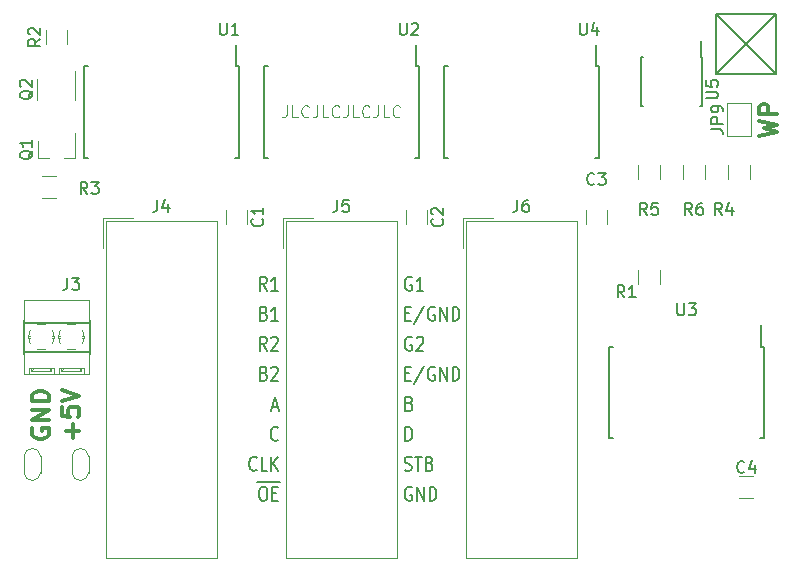
<source format=gbr>
G04 #@! TF.GenerationSoftware,KiCad,Pcbnew,5.0.2-bee76a0~70~ubuntu18.04.1*
G04 #@! TF.CreationDate,2019-03-16T21:16:43-04:00*
G04 #@! TF.ProjectId,rpi-rgb-led-matrix-hat,7270692d-7267-4622-9d6c-65642d6d6174,1.2*
G04 #@! TF.SameCoordinates,Original*
G04 #@! TF.FileFunction,Legend,Top*
G04 #@! TF.FilePolarity,Positive*
%FSLAX46Y46*%
G04 Gerber Fmt 4.6, Leading zero omitted, Abs format (unit mm)*
G04 Created by KiCad (PCBNEW 5.0.2-bee76a0~70~ubuntu18.04.1) date Sat 16 Mar 2019 21:16:43 EDT*
%MOMM*%
%LPD*%
G01*
G04 APERTURE LIST*
%ADD10C,0.150000*%
%ADD11C,0.100000*%
%ADD12C,0.300000*%
%ADD13C,0.200000*%
%ADD14C,0.120000*%
%ADD15C,0.050000*%
%ADD16C,0.025000*%
%ADD17C,0.030000*%
%ADD18C,0.080000*%
G04 APERTURE END LIST*
D10*
X24989404Y-42580000D02*
X24894166Y-42522857D01*
X24751309Y-42522857D01*
X24608452Y-42580000D01*
X24513214Y-42694285D01*
X24465595Y-42808571D01*
X24417976Y-43037142D01*
X24417976Y-43208571D01*
X24465595Y-43437142D01*
X24513214Y-43551428D01*
X24608452Y-43665714D01*
X24751309Y-43722857D01*
X24846547Y-43722857D01*
X24989404Y-43665714D01*
X25037023Y-43608571D01*
X25037023Y-43208571D01*
X24846547Y-43208571D01*
X25465595Y-43722857D02*
X25465595Y-42522857D01*
X26037023Y-43722857D01*
X26037023Y-42522857D01*
X26513214Y-43722857D02*
X26513214Y-42522857D01*
X26751309Y-42522857D01*
X26894166Y-42580000D01*
X26989404Y-42694285D01*
X27037023Y-42808571D01*
X27084642Y-43037142D01*
X27084642Y-43208571D01*
X27037023Y-43437142D01*
X26989404Y-43551428D01*
X26894166Y-43665714D01*
X26751309Y-43722857D01*
X26513214Y-43722857D01*
X24417976Y-41125714D02*
X24560833Y-41182857D01*
X24798928Y-41182857D01*
X24894166Y-41125714D01*
X24941785Y-41068571D01*
X24989404Y-40954285D01*
X24989404Y-40840000D01*
X24941785Y-40725714D01*
X24894166Y-40668571D01*
X24798928Y-40611428D01*
X24608452Y-40554285D01*
X24513214Y-40497142D01*
X24465595Y-40440000D01*
X24417976Y-40325714D01*
X24417976Y-40211428D01*
X24465595Y-40097142D01*
X24513214Y-40040000D01*
X24608452Y-39982857D01*
X24846547Y-39982857D01*
X24989404Y-40040000D01*
X25275119Y-39982857D02*
X25846547Y-39982857D01*
X25560833Y-41182857D02*
X25560833Y-39982857D01*
X26513214Y-40554285D02*
X26656071Y-40611428D01*
X26703690Y-40668571D01*
X26751309Y-40782857D01*
X26751309Y-40954285D01*
X26703690Y-41068571D01*
X26656071Y-41125714D01*
X26560833Y-41182857D01*
X26179880Y-41182857D01*
X26179880Y-39982857D01*
X26513214Y-39982857D01*
X26608452Y-40040000D01*
X26656071Y-40097142D01*
X26703690Y-40211428D01*
X26703690Y-40325714D01*
X26656071Y-40440000D01*
X26608452Y-40497142D01*
X26513214Y-40554285D01*
X26179880Y-40554285D01*
X24465595Y-38642857D02*
X24465595Y-37442857D01*
X24703690Y-37442857D01*
X24846547Y-37500000D01*
X24941785Y-37614285D01*
X24989404Y-37728571D01*
X25037023Y-37957142D01*
X25037023Y-38128571D01*
X24989404Y-38357142D01*
X24941785Y-38471428D01*
X24846547Y-38585714D01*
X24703690Y-38642857D01*
X24465595Y-38642857D01*
X24798928Y-35474285D02*
X24941785Y-35531428D01*
X24989404Y-35588571D01*
X25037023Y-35702857D01*
X25037023Y-35874285D01*
X24989404Y-35988571D01*
X24941785Y-36045714D01*
X24846547Y-36102857D01*
X24465595Y-36102857D01*
X24465595Y-34902857D01*
X24798928Y-34902857D01*
X24894166Y-34960000D01*
X24941785Y-35017142D01*
X24989404Y-35131428D01*
X24989404Y-35245714D01*
X24941785Y-35360000D01*
X24894166Y-35417142D01*
X24798928Y-35474285D01*
X24465595Y-35474285D01*
X24465595Y-32934285D02*
X24798928Y-32934285D01*
X24941785Y-33562857D02*
X24465595Y-33562857D01*
X24465595Y-32362857D01*
X24941785Y-32362857D01*
X26084642Y-32305714D02*
X25227500Y-33848571D01*
X26941785Y-32420000D02*
X26846547Y-32362857D01*
X26703690Y-32362857D01*
X26560833Y-32420000D01*
X26465595Y-32534285D01*
X26417976Y-32648571D01*
X26370357Y-32877142D01*
X26370357Y-33048571D01*
X26417976Y-33277142D01*
X26465595Y-33391428D01*
X26560833Y-33505714D01*
X26703690Y-33562857D01*
X26798928Y-33562857D01*
X26941785Y-33505714D01*
X26989404Y-33448571D01*
X26989404Y-33048571D01*
X26798928Y-33048571D01*
X27417976Y-33562857D02*
X27417976Y-32362857D01*
X27989404Y-33562857D01*
X27989404Y-32362857D01*
X28465595Y-33562857D02*
X28465595Y-32362857D01*
X28703690Y-32362857D01*
X28846547Y-32420000D01*
X28941785Y-32534285D01*
X28989404Y-32648571D01*
X29037023Y-32877142D01*
X29037023Y-33048571D01*
X28989404Y-33277142D01*
X28941785Y-33391428D01*
X28846547Y-33505714D01*
X28703690Y-33562857D01*
X28465595Y-33562857D01*
X24989404Y-29880000D02*
X24894166Y-29822857D01*
X24751309Y-29822857D01*
X24608452Y-29880000D01*
X24513214Y-29994285D01*
X24465595Y-30108571D01*
X24417976Y-30337142D01*
X24417976Y-30508571D01*
X24465595Y-30737142D01*
X24513214Y-30851428D01*
X24608452Y-30965714D01*
X24751309Y-31022857D01*
X24846547Y-31022857D01*
X24989404Y-30965714D01*
X25037023Y-30908571D01*
X25037023Y-30508571D01*
X24846547Y-30508571D01*
X25417976Y-29937142D02*
X25465595Y-29880000D01*
X25560833Y-29822857D01*
X25798928Y-29822857D01*
X25894166Y-29880000D01*
X25941785Y-29937142D01*
X25989404Y-30051428D01*
X25989404Y-30165714D01*
X25941785Y-30337142D01*
X25370357Y-31022857D01*
X25989404Y-31022857D01*
X24465595Y-27854285D02*
X24798928Y-27854285D01*
X24941785Y-28482857D02*
X24465595Y-28482857D01*
X24465595Y-27282857D01*
X24941785Y-27282857D01*
X26084642Y-27225714D02*
X25227500Y-28768571D01*
X26941785Y-27340000D02*
X26846547Y-27282857D01*
X26703690Y-27282857D01*
X26560833Y-27340000D01*
X26465595Y-27454285D01*
X26417976Y-27568571D01*
X26370357Y-27797142D01*
X26370357Y-27968571D01*
X26417976Y-28197142D01*
X26465595Y-28311428D01*
X26560833Y-28425714D01*
X26703690Y-28482857D01*
X26798928Y-28482857D01*
X26941785Y-28425714D01*
X26989404Y-28368571D01*
X26989404Y-27968571D01*
X26798928Y-27968571D01*
X27417976Y-28482857D02*
X27417976Y-27282857D01*
X27989404Y-28482857D01*
X27989404Y-27282857D01*
X28465595Y-28482857D02*
X28465595Y-27282857D01*
X28703690Y-27282857D01*
X28846547Y-27340000D01*
X28941785Y-27454285D01*
X28989404Y-27568571D01*
X29037023Y-27797142D01*
X29037023Y-27968571D01*
X28989404Y-28197142D01*
X28941785Y-28311428D01*
X28846547Y-28425714D01*
X28703690Y-28482857D01*
X28465595Y-28482857D01*
X24989404Y-24800000D02*
X24894166Y-24742857D01*
X24751309Y-24742857D01*
X24608452Y-24800000D01*
X24513214Y-24914285D01*
X24465595Y-25028571D01*
X24417976Y-25257142D01*
X24417976Y-25428571D01*
X24465595Y-25657142D01*
X24513214Y-25771428D01*
X24608452Y-25885714D01*
X24751309Y-25942857D01*
X24846547Y-25942857D01*
X24989404Y-25885714D01*
X25037023Y-25828571D01*
X25037023Y-25428571D01*
X24846547Y-25428571D01*
X25989404Y-25942857D02*
X25417976Y-25942857D01*
X25703690Y-25942857D02*
X25703690Y-24742857D01*
X25608452Y-24914285D01*
X25513214Y-25028571D01*
X25417976Y-25085714D01*
X11920119Y-42121000D02*
X12967738Y-42121000D01*
X12348690Y-42522857D02*
X12539166Y-42522857D01*
X12634404Y-42580000D01*
X12729642Y-42694285D01*
X12777261Y-42922857D01*
X12777261Y-43322857D01*
X12729642Y-43551428D01*
X12634404Y-43665714D01*
X12539166Y-43722857D01*
X12348690Y-43722857D01*
X12253452Y-43665714D01*
X12158214Y-43551428D01*
X12110595Y-43322857D01*
X12110595Y-42922857D01*
X12158214Y-42694285D01*
X12253452Y-42580000D01*
X12348690Y-42522857D01*
X12967738Y-42121000D02*
X13872500Y-42121000D01*
X13205833Y-43094285D02*
X13539166Y-43094285D01*
X13682023Y-43722857D02*
X13205833Y-43722857D01*
X13205833Y-42522857D01*
X13682023Y-42522857D01*
X11872500Y-41068571D02*
X11824880Y-41125714D01*
X11682023Y-41182857D01*
X11586785Y-41182857D01*
X11443928Y-41125714D01*
X11348690Y-41011428D01*
X11301071Y-40897142D01*
X11253452Y-40668571D01*
X11253452Y-40497142D01*
X11301071Y-40268571D01*
X11348690Y-40154285D01*
X11443928Y-40040000D01*
X11586785Y-39982857D01*
X11682023Y-39982857D01*
X11824880Y-40040000D01*
X11872500Y-40097142D01*
X12777261Y-41182857D02*
X12301071Y-41182857D01*
X12301071Y-39982857D01*
X13110595Y-41182857D02*
X13110595Y-39982857D01*
X13682023Y-41182857D02*
X13253452Y-40497142D01*
X13682023Y-39982857D02*
X13110595Y-40668571D01*
X13682023Y-38528571D02*
X13634404Y-38585714D01*
X13491547Y-38642857D01*
X13396309Y-38642857D01*
X13253452Y-38585714D01*
X13158214Y-38471428D01*
X13110595Y-38357142D01*
X13062976Y-38128571D01*
X13062976Y-37957142D01*
X13110595Y-37728571D01*
X13158214Y-37614285D01*
X13253452Y-37500000D01*
X13396309Y-37442857D01*
X13491547Y-37442857D01*
X13634404Y-37500000D01*
X13682023Y-37557142D01*
X13205833Y-35760000D02*
X13682023Y-35760000D01*
X13110595Y-36102857D02*
X13443928Y-34902857D01*
X13777261Y-36102857D01*
X12491547Y-32934285D02*
X12634404Y-32991428D01*
X12682023Y-33048571D01*
X12729642Y-33162857D01*
X12729642Y-33334285D01*
X12682023Y-33448571D01*
X12634404Y-33505714D01*
X12539166Y-33562857D01*
X12158214Y-33562857D01*
X12158214Y-32362857D01*
X12491547Y-32362857D01*
X12586785Y-32420000D01*
X12634404Y-32477142D01*
X12682023Y-32591428D01*
X12682023Y-32705714D01*
X12634404Y-32820000D01*
X12586785Y-32877142D01*
X12491547Y-32934285D01*
X12158214Y-32934285D01*
X13110595Y-32477142D02*
X13158214Y-32420000D01*
X13253452Y-32362857D01*
X13491547Y-32362857D01*
X13586785Y-32420000D01*
X13634404Y-32477142D01*
X13682023Y-32591428D01*
X13682023Y-32705714D01*
X13634404Y-32877142D01*
X13062976Y-33562857D01*
X13682023Y-33562857D01*
X12729642Y-31022857D02*
X12396309Y-30451428D01*
X12158214Y-31022857D02*
X12158214Y-29822857D01*
X12539166Y-29822857D01*
X12634404Y-29880000D01*
X12682023Y-29937142D01*
X12729642Y-30051428D01*
X12729642Y-30222857D01*
X12682023Y-30337142D01*
X12634404Y-30394285D01*
X12539166Y-30451428D01*
X12158214Y-30451428D01*
X13110595Y-29937142D02*
X13158214Y-29880000D01*
X13253452Y-29822857D01*
X13491547Y-29822857D01*
X13586785Y-29880000D01*
X13634404Y-29937142D01*
X13682023Y-30051428D01*
X13682023Y-30165714D01*
X13634404Y-30337142D01*
X13062976Y-31022857D01*
X13682023Y-31022857D01*
X12491547Y-27854285D02*
X12634404Y-27911428D01*
X12682023Y-27968571D01*
X12729642Y-28082857D01*
X12729642Y-28254285D01*
X12682023Y-28368571D01*
X12634404Y-28425714D01*
X12539166Y-28482857D01*
X12158214Y-28482857D01*
X12158214Y-27282857D01*
X12491547Y-27282857D01*
X12586785Y-27340000D01*
X12634404Y-27397142D01*
X12682023Y-27511428D01*
X12682023Y-27625714D01*
X12634404Y-27740000D01*
X12586785Y-27797142D01*
X12491547Y-27854285D01*
X12158214Y-27854285D01*
X13682023Y-28482857D02*
X13110595Y-28482857D01*
X13396309Y-28482857D02*
X13396309Y-27282857D01*
X13301071Y-27454285D01*
X13205833Y-27568571D01*
X13110595Y-27625714D01*
X12729642Y-25942857D02*
X12396309Y-25371428D01*
X12158214Y-25942857D02*
X12158214Y-24742857D01*
X12539166Y-24742857D01*
X12634404Y-24800000D01*
X12682023Y-24857142D01*
X12729642Y-24971428D01*
X12729642Y-25142857D01*
X12682023Y-25257142D01*
X12634404Y-25314285D01*
X12539166Y-25371428D01*
X12158214Y-25371428D01*
X13682023Y-25942857D02*
X13110595Y-25942857D01*
X13396309Y-25942857D02*
X13396309Y-24742857D01*
X13301071Y-24914285D01*
X13205833Y-25028571D01*
X13110595Y-25085714D01*
D11*
X14430952Y-10247380D02*
X14430952Y-10961666D01*
X14383333Y-11104523D01*
X14288095Y-11199761D01*
X14145238Y-11247380D01*
X14050000Y-11247380D01*
X15383333Y-11247380D02*
X14907142Y-11247380D01*
X14907142Y-10247380D01*
X16288095Y-11152142D02*
X16240476Y-11199761D01*
X16097619Y-11247380D01*
X16002380Y-11247380D01*
X15859523Y-11199761D01*
X15764285Y-11104523D01*
X15716666Y-11009285D01*
X15669047Y-10818809D01*
X15669047Y-10675952D01*
X15716666Y-10485476D01*
X15764285Y-10390238D01*
X15859523Y-10295000D01*
X16002380Y-10247380D01*
X16097619Y-10247380D01*
X16240476Y-10295000D01*
X16288095Y-10342619D01*
X17002380Y-10247380D02*
X17002380Y-10961666D01*
X16954761Y-11104523D01*
X16859523Y-11199761D01*
X16716666Y-11247380D01*
X16621428Y-11247380D01*
X17954761Y-11247380D02*
X17478571Y-11247380D01*
X17478571Y-10247380D01*
X18859523Y-11152142D02*
X18811904Y-11199761D01*
X18669047Y-11247380D01*
X18573809Y-11247380D01*
X18430952Y-11199761D01*
X18335714Y-11104523D01*
X18288095Y-11009285D01*
X18240476Y-10818809D01*
X18240476Y-10675952D01*
X18288095Y-10485476D01*
X18335714Y-10390238D01*
X18430952Y-10295000D01*
X18573809Y-10247380D01*
X18669047Y-10247380D01*
X18811904Y-10295000D01*
X18859523Y-10342619D01*
X19573809Y-10247380D02*
X19573809Y-10961666D01*
X19526190Y-11104523D01*
X19430952Y-11199761D01*
X19288095Y-11247380D01*
X19192857Y-11247380D01*
X20526190Y-11247380D02*
X20050000Y-11247380D01*
X20050000Y-10247380D01*
X21430952Y-11152142D02*
X21383333Y-11199761D01*
X21240476Y-11247380D01*
X21145238Y-11247380D01*
X21002380Y-11199761D01*
X20907142Y-11104523D01*
X20859523Y-11009285D01*
X20811904Y-10818809D01*
X20811904Y-10675952D01*
X20859523Y-10485476D01*
X20907142Y-10390238D01*
X21002380Y-10295000D01*
X21145238Y-10247380D01*
X21240476Y-10247380D01*
X21383333Y-10295000D01*
X21430952Y-10342619D01*
X22145238Y-10247380D02*
X22145238Y-10961666D01*
X22097619Y-11104523D01*
X22002380Y-11199761D01*
X21859523Y-11247380D01*
X21764285Y-11247380D01*
X23097619Y-11247380D02*
X22621428Y-11247380D01*
X22621428Y-10247380D01*
X24002380Y-11152142D02*
X23954761Y-11199761D01*
X23811904Y-11247380D01*
X23716666Y-11247380D01*
X23573809Y-11199761D01*
X23478571Y-11104523D01*
X23430952Y-11009285D01*
X23383333Y-10818809D01*
X23383333Y-10675952D01*
X23430952Y-10485476D01*
X23478571Y-10390238D01*
X23573809Y-10295000D01*
X23716666Y-10247380D01*
X23811904Y-10247380D01*
X23954761Y-10295000D01*
X24002380Y-10342619D01*
D12*
X-7100000Y-37591857D02*
X-7171428Y-37734714D01*
X-7171428Y-37949000D01*
X-7100000Y-38163285D01*
X-6957142Y-38306142D01*
X-6814285Y-38377571D01*
X-6528571Y-38449000D01*
X-6314285Y-38449000D01*
X-6028571Y-38377571D01*
X-5885714Y-38306142D01*
X-5742857Y-38163285D01*
X-5671428Y-37949000D01*
X-5671428Y-37806142D01*
X-5742857Y-37591857D01*
X-5814285Y-37520428D01*
X-6314285Y-37520428D01*
X-6314285Y-37806142D01*
X-5671428Y-36877571D02*
X-7171428Y-36877571D01*
X-5671428Y-36020428D01*
X-7171428Y-36020428D01*
X-5671428Y-35306142D02*
X-7171428Y-35306142D01*
X-7171428Y-34949000D01*
X-7100000Y-34734714D01*
X-6957142Y-34591857D01*
X-6814285Y-34520428D01*
X-6528571Y-34449000D01*
X-6314285Y-34449000D01*
X-6028571Y-34520428D01*
X-5885714Y-34591857D01*
X-5742857Y-34734714D01*
X-5671428Y-34949000D01*
X-5671428Y-35306142D01*
X-3702857Y-38377571D02*
X-3702857Y-37234714D01*
X-3131428Y-37806142D02*
X-4274285Y-37806142D01*
X-4631428Y-35806142D02*
X-4631428Y-36520428D01*
X-3917142Y-36591857D01*
X-3988571Y-36520428D01*
X-4060000Y-36377571D01*
X-4060000Y-36020428D01*
X-3988571Y-35877571D01*
X-3917142Y-35806142D01*
X-3774285Y-35734714D01*
X-3417142Y-35734714D01*
X-3274285Y-35806142D01*
X-3202857Y-35877571D01*
X-3131428Y-36020428D01*
X-3131428Y-36377571D01*
X-3202857Y-36520428D01*
X-3274285Y-36591857D01*
X-4631428Y-35306142D02*
X-3131428Y-34806142D01*
X-4631428Y-34306142D01*
X54423571Y-12822857D02*
X55923571Y-12465714D01*
X54852142Y-12180000D01*
X55923571Y-11894285D01*
X54423571Y-11537142D01*
X55923571Y-10965714D02*
X54423571Y-10965714D01*
X54423571Y-10394285D01*
X54495000Y-10251428D01*
X54566428Y-10180000D01*
X54709285Y-10108571D01*
X54923571Y-10108571D01*
X55066428Y-10180000D01*
X55137857Y-10251428D01*
X55209285Y-10394285D01*
X55209285Y-10965714D01*
D13*
X50800000Y-2540000D02*
X55880000Y-7620000D01*
X55880000Y-2540000D02*
X50800000Y-2540000D01*
X50800000Y-7620000D02*
X55880000Y-2540000D01*
X50800000Y-2540000D02*
X50800000Y-5080000D01*
X55880000Y-2540000D02*
X50800000Y-2540000D01*
X55880000Y-7620000D02*
X55880000Y-2540000D01*
X50800000Y-7620000D02*
X55880000Y-7620000D01*
X50800000Y-2540000D02*
X50800000Y-7620000D01*
D10*
G04 #@! TO.C,U3*
X54585000Y-30669000D02*
X54585000Y-28869000D01*
X41685000Y-30669000D02*
X41685000Y-38419000D01*
X54835000Y-30669000D02*
X54835000Y-38419000D01*
X41685000Y-30669000D02*
X42020000Y-30669000D01*
X41685000Y-38419000D02*
X42020000Y-38419000D01*
X54835000Y-38419000D02*
X54500000Y-38419000D01*
X54835000Y-30669000D02*
X54585000Y-30669000D01*
D14*
G04 #@! TO.C,C4*
X53942064Y-41635000D02*
X52737936Y-41635000D01*
X53942064Y-43455000D02*
X52737936Y-43455000D01*
G04 #@! TO.C,J6*
X29365000Y-19800000D02*
X31905000Y-19800000D01*
X29365000Y-19800000D02*
X29365000Y-22340000D01*
X29615000Y-20050000D02*
X38965000Y-20050000D01*
X29615000Y-48530000D02*
X29615000Y-20050000D01*
X38965000Y-48530000D02*
X29615000Y-48530000D01*
X38965000Y-20050000D02*
X38965000Y-48530000D01*
G04 #@! TO.C,J4*
X-1115000Y-19800000D02*
X1425000Y-19800000D01*
X-1115000Y-19800000D02*
X-1115000Y-22340000D01*
X-865000Y-20050000D02*
X8485000Y-20050000D01*
X-865000Y-48530000D02*
X-865000Y-20050000D01*
X8485000Y-48530000D02*
X-865000Y-48530000D01*
X8485000Y-20050000D02*
X8485000Y-48530000D01*
G04 #@! TO.C,J5*
X14125000Y-19800000D02*
X16665000Y-19800000D01*
X14125000Y-19800000D02*
X14125000Y-22340000D01*
X14375000Y-20050000D02*
X23725000Y-20050000D01*
X14375000Y-48530000D02*
X14375000Y-20050000D01*
X23725000Y-48530000D02*
X14375000Y-48530000D01*
X23725000Y-20050000D02*
X23725000Y-48530000D01*
D10*
G04 #@! TO.C,U1*
X10135000Y-6920000D02*
X10135000Y-5120000D01*
X-2765000Y-6920000D02*
X-2765000Y-14670000D01*
X10385000Y-6920000D02*
X10385000Y-14670000D01*
X-2765000Y-6920000D02*
X-2430000Y-6920000D01*
X-2765000Y-14670000D02*
X-2430000Y-14670000D01*
X10385000Y-14670000D02*
X10050000Y-14670000D01*
X10385000Y-6920000D02*
X10135000Y-6920000D01*
G04 #@! TO.C,U2*
X25375000Y-6920000D02*
X25375000Y-5120000D01*
X12475000Y-6920000D02*
X12475000Y-14670000D01*
X25625000Y-6920000D02*
X25625000Y-14670000D01*
X12475000Y-6920000D02*
X12810000Y-6920000D01*
X12475000Y-14670000D02*
X12810000Y-14670000D01*
X25625000Y-14670000D02*
X25290000Y-14670000D01*
X25625000Y-6920000D02*
X25375000Y-6920000D01*
G04 #@! TO.C,U4*
X40615000Y-6920000D02*
X40615000Y-5120000D01*
X27715000Y-6920000D02*
X27715000Y-14670000D01*
X40865000Y-6920000D02*
X40865000Y-14670000D01*
X27715000Y-6920000D02*
X28050000Y-6920000D01*
X27715000Y-14670000D02*
X28050000Y-14670000D01*
X40865000Y-14670000D02*
X40530000Y-14670000D01*
X40865000Y-6920000D02*
X40615000Y-6920000D01*
D14*
G04 #@! TO.C,C1*
X9250000Y-19082936D02*
X9250000Y-20287064D01*
X11070000Y-19082936D02*
X11070000Y-20287064D01*
G04 #@! TO.C,C2*
X24490000Y-19082936D02*
X24490000Y-20287064D01*
X26310000Y-19082936D02*
X26310000Y-20287064D01*
G04 #@! TO.C,C3*
X39730000Y-19082936D02*
X39730000Y-20287064D01*
X41550000Y-19082936D02*
X41550000Y-20287064D01*
G04 #@! TO.C,R1*
X44175000Y-24162936D02*
X44175000Y-25367064D01*
X45995000Y-24162936D02*
X45995000Y-25367064D01*
G04 #@! TO.C,JP9*
X51705000Y-12830000D02*
X51705000Y-10030000D01*
X51705000Y-10030000D02*
X53705000Y-10030000D01*
X53705000Y-10030000D02*
X53705000Y-12830000D01*
X53705000Y-12830000D02*
X51705000Y-12830000D01*
G04 #@! TO.C,Q1*
X-6660000Y-14730000D02*
X-6660000Y-13270000D01*
X-3500000Y-14730000D02*
X-3500000Y-12570000D01*
X-3500000Y-14730000D02*
X-4430000Y-14730000D01*
X-6660000Y-14730000D02*
X-5730000Y-14730000D01*
G04 #@! TO.C,Q2*
X-3470000Y-9790000D02*
X-3470000Y-7340000D01*
X-6690000Y-7990000D02*
X-6690000Y-9790000D01*
G04 #@! TO.C,R2*
X-4170000Y-5047064D02*
X-4170000Y-3842936D01*
X-5990000Y-5047064D02*
X-5990000Y-3842936D01*
G04 #@! TO.C,R3*
X-6317064Y-18055000D02*
X-5112936Y-18055000D01*
X-6317064Y-16235000D02*
X-5112936Y-16235000D01*
G04 #@! TO.C,R4*
X53615000Y-16477064D02*
X53615000Y-15272936D01*
X51795000Y-16477064D02*
X51795000Y-15272936D01*
G04 #@! TO.C,R5*
X45995000Y-16477064D02*
X45995000Y-15272936D01*
X44175000Y-16477064D02*
X44175000Y-15272936D01*
G04 #@! TO.C,R6*
X49805000Y-16477064D02*
X49805000Y-15272936D01*
X47985000Y-16477064D02*
X47985000Y-15272936D01*
D10*
G04 #@! TO.C,U5*
X49515000Y-6180000D02*
X49515000Y-4780000D01*
X44415000Y-6180000D02*
X44415000Y-10330000D01*
X49565000Y-6180000D02*
X49565000Y-10330000D01*
X44415000Y-6180000D02*
X44560000Y-6180000D01*
X44415000Y-10330000D02*
X44560000Y-10330000D01*
X49565000Y-10330000D02*
X49420000Y-10330000D01*
X49565000Y-6180000D02*
X49515000Y-6180000D01*
D15*
G04 #@! TO.C,J3*
X-5397372Y-30395000D02*
G75*
G03X-5250000Y-29845000I-952628J550000D01*
G01*
D16*
X-5425000Y-29920000D02*
X-5250000Y-29920000D01*
D15*
X-6726222Y-28811338D02*
G75*
G02X-6350000Y-28745000I376222J-1033662D01*
G01*
X-5397372Y-29295000D02*
G75*
G02X-5250000Y-29845000I-952628J-550000D01*
G01*
D16*
X-7275000Y-29920000D02*
X-7450000Y-29920000D01*
D15*
X-5973778Y-28811338D02*
G75*
G03X-6350000Y-28745000I-376222J-1033662D01*
G01*
D16*
X-5425000Y-29770000D02*
X-5250000Y-29770000D01*
D15*
X-7302628Y-30395000D02*
G75*
G02X-7450000Y-29845000I952628J550000D01*
G01*
X-7302628Y-29295000D02*
G75*
G03X-7450000Y-29845000I952628J-550000D01*
G01*
X-6726222Y-30878662D02*
G75*
G03X-6350000Y-30945000I376222J1033662D01*
G01*
X-5973778Y-30878662D02*
G75*
G02X-6350000Y-30945000I-376222J1033662D01*
G01*
D16*
X-7275000Y-29770000D02*
X-7450000Y-29770000D01*
D11*
X-2250000Y-31245000D02*
X-2250000Y-28445000D01*
X-7910000Y-31245000D02*
X-7910000Y-28445000D01*
D15*
X-5300000Y-32945000D02*
X-5300000Y-32495000D01*
X-7400000Y-32495000D02*
X-7400000Y-32945000D01*
X-5500000Y-32695000D02*
X-7200000Y-32695000D01*
X-7200000Y-32495000D02*
X-7200000Y-32695000D01*
X-5500000Y-32495000D02*
X-5500000Y-32695000D01*
X-7200000Y-32695000D02*
X-7000000Y-32495000D01*
X-5300000Y-32495000D02*
X-7400000Y-32495000D01*
X-5500000Y-32695000D02*
X-5700000Y-32495000D01*
X-4660000Y-32695000D02*
X-4460000Y-32495000D01*
X-2960000Y-32695000D02*
X-3160000Y-32495000D01*
X-2960000Y-32695000D02*
X-4660000Y-32695000D01*
X-4660000Y-32495000D02*
X-4660000Y-32695000D01*
X-2960000Y-32495000D02*
X-2960000Y-32695000D01*
X-4860000Y-32495000D02*
X-4860000Y-32945000D01*
X-2760000Y-32495000D02*
X-4860000Y-32495000D01*
X-2760000Y-32945000D02*
X-2760000Y-32495000D01*
D17*
X-2310000Y-30995000D02*
X-7850000Y-30995000D01*
X-2320000Y-31145000D02*
X-7860000Y-31145000D01*
X-2320000Y-28545000D02*
X-7860000Y-28545000D01*
X-2310000Y-28695000D02*
X-7850000Y-28695000D01*
D16*
X-2885000Y-29770000D02*
X-2710000Y-29770000D01*
X-2885000Y-29920000D02*
X-2710000Y-29920000D01*
X-4735000Y-29770000D02*
X-4910000Y-29770000D01*
X-4735000Y-29920000D02*
X-4910000Y-29920000D01*
D15*
X-2857372Y-30395000D02*
G75*
G03X-2710000Y-29845000I-952628J550000D01*
G01*
X-4762628Y-29295000D02*
G75*
G03X-4910000Y-29845000I952628J-550000D01*
G01*
X-4762628Y-30395000D02*
G75*
G02X-4910000Y-29845000I952628J550000D01*
G01*
X-2857372Y-29295000D02*
G75*
G02X-2710000Y-29845000I-952628J-550000D01*
G01*
X-3433778Y-28811338D02*
G75*
G03X-3810000Y-28745000I-376222J-1033662D01*
G01*
X-4186222Y-28811338D02*
G75*
G02X-3810000Y-28745000I376222J-1033662D01*
G01*
X-4186222Y-30878662D02*
G75*
G03X-3810000Y-30945000I376222J1033662D01*
G01*
X-3433778Y-30878662D02*
G75*
G02X-3810000Y-30945000I-376222J1033662D01*
G01*
D18*
X-2310000Y-26745000D02*
X-7850000Y-26745000D01*
X-2310000Y-32945000D02*
X-7850000Y-32945000D01*
X-2310000Y-32945000D02*
X-2310000Y-26745000D01*
X-7850000Y-32945000D02*
X-7850000Y-26745000D01*
D15*
G04 #@! TO.C,H7*
X-3746200Y-39940000D02*
X-3746200Y-41340000D01*
X-2349807Y-39939905D02*
G75*
G03X-3746200Y-39940000I-698193J-50095D01*
G01*
X-2349800Y-39940000D02*
X-2349800Y-41340000D01*
X-3746193Y-41340095D02*
G75*
G03X-2349800Y-41340000I698193J50095D01*
G01*
G04 #@! TO.C,H8*
X-7810200Y-39940000D02*
X-7810200Y-41340000D01*
X-6413807Y-39939905D02*
G75*
G03X-7810200Y-39940000I-698193J-50095D01*
G01*
X-6413800Y-39940000D02*
X-6413800Y-41340000D01*
X-7810193Y-41340095D02*
G75*
G03X-6413800Y-41340000I698193J50095D01*
G01*
G04 #@! TO.C,U3*
D10*
X47498095Y-27011380D02*
X47498095Y-27820904D01*
X47545714Y-27916142D01*
X47593333Y-27963761D01*
X47688571Y-28011380D01*
X47879047Y-28011380D01*
X47974285Y-27963761D01*
X48021904Y-27916142D01*
X48069523Y-27820904D01*
X48069523Y-27011380D01*
X48450476Y-27011380D02*
X49069523Y-27011380D01*
X48736190Y-27392333D01*
X48879047Y-27392333D01*
X48974285Y-27439952D01*
X49021904Y-27487571D01*
X49069523Y-27582809D01*
X49069523Y-27820904D01*
X49021904Y-27916142D01*
X48974285Y-27963761D01*
X48879047Y-28011380D01*
X48593333Y-28011380D01*
X48498095Y-27963761D01*
X48450476Y-27916142D01*
G04 #@! TO.C,C4*
X53173333Y-41251142D02*
X53125714Y-41298761D01*
X52982857Y-41346380D01*
X52887619Y-41346380D01*
X52744761Y-41298761D01*
X52649523Y-41203523D01*
X52601904Y-41108285D01*
X52554285Y-40917809D01*
X52554285Y-40774952D01*
X52601904Y-40584476D01*
X52649523Y-40489238D01*
X52744761Y-40394000D01*
X52887619Y-40346380D01*
X52982857Y-40346380D01*
X53125714Y-40394000D01*
X53173333Y-40441619D01*
X54030476Y-40679714D02*
X54030476Y-41346380D01*
X53792380Y-40298761D02*
X53554285Y-41013047D01*
X54173333Y-41013047D01*
G04 #@! TO.C,J6*
X33956666Y-18248380D02*
X33956666Y-18962666D01*
X33909047Y-19105523D01*
X33813809Y-19200761D01*
X33670952Y-19248380D01*
X33575714Y-19248380D01*
X34861428Y-18248380D02*
X34670952Y-18248380D01*
X34575714Y-18296000D01*
X34528095Y-18343619D01*
X34432857Y-18486476D01*
X34385238Y-18676952D01*
X34385238Y-19057904D01*
X34432857Y-19153142D01*
X34480476Y-19200761D01*
X34575714Y-19248380D01*
X34766190Y-19248380D01*
X34861428Y-19200761D01*
X34909047Y-19153142D01*
X34956666Y-19057904D01*
X34956666Y-18819809D01*
X34909047Y-18724571D01*
X34861428Y-18676952D01*
X34766190Y-18629333D01*
X34575714Y-18629333D01*
X34480476Y-18676952D01*
X34432857Y-18724571D01*
X34385238Y-18819809D01*
G04 #@! TO.C,J4*
X3476666Y-18248380D02*
X3476666Y-18962666D01*
X3429047Y-19105523D01*
X3333809Y-19200761D01*
X3190952Y-19248380D01*
X3095714Y-19248380D01*
X4381428Y-18581714D02*
X4381428Y-19248380D01*
X4143333Y-18200761D02*
X3905238Y-18915047D01*
X4524285Y-18915047D01*
G04 #@! TO.C,J5*
X18716666Y-18248380D02*
X18716666Y-18962666D01*
X18669047Y-19105523D01*
X18573809Y-19200761D01*
X18430952Y-19248380D01*
X18335714Y-19248380D01*
X19669047Y-18248380D02*
X19192857Y-18248380D01*
X19145238Y-18724571D01*
X19192857Y-18676952D01*
X19288095Y-18629333D01*
X19526190Y-18629333D01*
X19621428Y-18676952D01*
X19669047Y-18724571D01*
X19716666Y-18819809D01*
X19716666Y-19057904D01*
X19669047Y-19153142D01*
X19621428Y-19200761D01*
X19526190Y-19248380D01*
X19288095Y-19248380D01*
X19192857Y-19200761D01*
X19145238Y-19153142D01*
G04 #@! TO.C,U1*
X8763095Y-3262380D02*
X8763095Y-4071904D01*
X8810714Y-4167142D01*
X8858333Y-4214761D01*
X8953571Y-4262380D01*
X9144047Y-4262380D01*
X9239285Y-4214761D01*
X9286904Y-4167142D01*
X9334523Y-4071904D01*
X9334523Y-3262380D01*
X10334523Y-4262380D02*
X9763095Y-4262380D01*
X10048809Y-4262380D02*
X10048809Y-3262380D01*
X9953571Y-3405238D01*
X9858333Y-3500476D01*
X9763095Y-3548095D01*
G04 #@! TO.C,U2*
X24003095Y-3262380D02*
X24003095Y-4071904D01*
X24050714Y-4167142D01*
X24098333Y-4214761D01*
X24193571Y-4262380D01*
X24384047Y-4262380D01*
X24479285Y-4214761D01*
X24526904Y-4167142D01*
X24574523Y-4071904D01*
X24574523Y-3262380D01*
X25003095Y-3357619D02*
X25050714Y-3310000D01*
X25145952Y-3262380D01*
X25384047Y-3262380D01*
X25479285Y-3310000D01*
X25526904Y-3357619D01*
X25574523Y-3452857D01*
X25574523Y-3548095D01*
X25526904Y-3690952D01*
X24955476Y-4262380D01*
X25574523Y-4262380D01*
G04 #@! TO.C,U4*
X39243095Y-3262380D02*
X39243095Y-4071904D01*
X39290714Y-4167142D01*
X39338333Y-4214761D01*
X39433571Y-4262380D01*
X39624047Y-4262380D01*
X39719285Y-4214761D01*
X39766904Y-4167142D01*
X39814523Y-4071904D01*
X39814523Y-3262380D01*
X40719285Y-3595714D02*
X40719285Y-4262380D01*
X40481190Y-3214761D02*
X40243095Y-3929047D01*
X40862142Y-3929047D01*
G04 #@! TO.C,C1*
X12337142Y-19851666D02*
X12384761Y-19899285D01*
X12432380Y-20042142D01*
X12432380Y-20137380D01*
X12384761Y-20280238D01*
X12289523Y-20375476D01*
X12194285Y-20423095D01*
X12003809Y-20470714D01*
X11860952Y-20470714D01*
X11670476Y-20423095D01*
X11575238Y-20375476D01*
X11480000Y-20280238D01*
X11432380Y-20137380D01*
X11432380Y-20042142D01*
X11480000Y-19899285D01*
X11527619Y-19851666D01*
X12432380Y-18899285D02*
X12432380Y-19470714D01*
X12432380Y-19185000D02*
X11432380Y-19185000D01*
X11575238Y-19280238D01*
X11670476Y-19375476D01*
X11718095Y-19470714D01*
G04 #@! TO.C,C2*
X27577142Y-19851666D02*
X27624761Y-19899285D01*
X27672380Y-20042142D01*
X27672380Y-20137380D01*
X27624761Y-20280238D01*
X27529523Y-20375476D01*
X27434285Y-20423095D01*
X27243809Y-20470714D01*
X27100952Y-20470714D01*
X26910476Y-20423095D01*
X26815238Y-20375476D01*
X26720000Y-20280238D01*
X26672380Y-20137380D01*
X26672380Y-20042142D01*
X26720000Y-19899285D01*
X26767619Y-19851666D01*
X26767619Y-19470714D02*
X26720000Y-19423095D01*
X26672380Y-19327857D01*
X26672380Y-19089761D01*
X26720000Y-18994523D01*
X26767619Y-18946904D01*
X26862857Y-18899285D01*
X26958095Y-18899285D01*
X27100952Y-18946904D01*
X27672380Y-19518333D01*
X27672380Y-18899285D01*
G04 #@! TO.C,C3*
X40473333Y-16867142D02*
X40425714Y-16914761D01*
X40282857Y-16962380D01*
X40187619Y-16962380D01*
X40044761Y-16914761D01*
X39949523Y-16819523D01*
X39901904Y-16724285D01*
X39854285Y-16533809D01*
X39854285Y-16390952D01*
X39901904Y-16200476D01*
X39949523Y-16105238D01*
X40044761Y-16010000D01*
X40187619Y-15962380D01*
X40282857Y-15962380D01*
X40425714Y-16010000D01*
X40473333Y-16057619D01*
X40806666Y-15962380D02*
X41425714Y-15962380D01*
X41092380Y-16343333D01*
X41235238Y-16343333D01*
X41330476Y-16390952D01*
X41378095Y-16438571D01*
X41425714Y-16533809D01*
X41425714Y-16771904D01*
X41378095Y-16867142D01*
X41330476Y-16914761D01*
X41235238Y-16962380D01*
X40949523Y-16962380D01*
X40854285Y-16914761D01*
X40806666Y-16867142D01*
G04 #@! TO.C,R1*
X43013333Y-26487380D02*
X42680000Y-26011190D01*
X42441904Y-26487380D02*
X42441904Y-25487380D01*
X42822857Y-25487380D01*
X42918095Y-25535000D01*
X42965714Y-25582619D01*
X43013333Y-25677857D01*
X43013333Y-25820714D01*
X42965714Y-25915952D01*
X42918095Y-25963571D01*
X42822857Y-26011190D01*
X42441904Y-26011190D01*
X43965714Y-26487380D02*
X43394285Y-26487380D01*
X43680000Y-26487380D02*
X43680000Y-25487380D01*
X43584761Y-25630238D01*
X43489523Y-25725476D01*
X43394285Y-25773095D01*
G04 #@! TO.C,JP9*
X50357380Y-12263333D02*
X51071666Y-12263333D01*
X51214523Y-12310952D01*
X51309761Y-12406190D01*
X51357380Y-12549047D01*
X51357380Y-12644285D01*
X51357380Y-11787142D02*
X50357380Y-11787142D01*
X50357380Y-11406190D01*
X50405000Y-11310952D01*
X50452619Y-11263333D01*
X50547857Y-11215714D01*
X50690714Y-11215714D01*
X50785952Y-11263333D01*
X50833571Y-11310952D01*
X50881190Y-11406190D01*
X50881190Y-11787142D01*
X51357380Y-10739523D02*
X51357380Y-10549047D01*
X51309761Y-10453809D01*
X51262142Y-10406190D01*
X51119285Y-10310952D01*
X50928809Y-10263333D01*
X50547857Y-10263333D01*
X50452619Y-10310952D01*
X50405000Y-10358571D01*
X50357380Y-10453809D01*
X50357380Y-10644285D01*
X50405000Y-10739523D01*
X50452619Y-10787142D01*
X50547857Y-10834761D01*
X50785952Y-10834761D01*
X50881190Y-10787142D01*
X50928809Y-10739523D01*
X50976428Y-10644285D01*
X50976428Y-10453809D01*
X50928809Y-10358571D01*
X50881190Y-10310952D01*
X50785952Y-10263333D01*
G04 #@! TO.C,Q1*
X-7072380Y-14065238D02*
X-7120000Y-14160476D01*
X-7215238Y-14255714D01*
X-7358095Y-14398571D01*
X-7405714Y-14493809D01*
X-7405714Y-14589047D01*
X-7167619Y-14541428D02*
X-7215238Y-14636666D01*
X-7310476Y-14731904D01*
X-7500952Y-14779523D01*
X-7834285Y-14779523D01*
X-8024761Y-14731904D01*
X-8120000Y-14636666D01*
X-8167619Y-14541428D01*
X-8167619Y-14350952D01*
X-8120000Y-14255714D01*
X-8024761Y-14160476D01*
X-7834285Y-14112857D01*
X-7500952Y-14112857D01*
X-7310476Y-14160476D01*
X-7215238Y-14255714D01*
X-7167619Y-14350952D01*
X-7167619Y-14541428D01*
X-7167619Y-13160476D02*
X-7167619Y-13731904D01*
X-7167619Y-13446190D02*
X-8167619Y-13446190D01*
X-8024761Y-13541428D01*
X-7929523Y-13636666D01*
X-7881904Y-13731904D01*
G04 #@! TO.C,Q2*
X-7072380Y-8985238D02*
X-7120000Y-9080476D01*
X-7215238Y-9175714D01*
X-7358095Y-9318571D01*
X-7405714Y-9413809D01*
X-7405714Y-9509047D01*
X-7167619Y-9461428D02*
X-7215238Y-9556666D01*
X-7310476Y-9651904D01*
X-7500952Y-9699523D01*
X-7834285Y-9699523D01*
X-8024761Y-9651904D01*
X-8120000Y-9556666D01*
X-8167619Y-9461428D01*
X-8167619Y-9270952D01*
X-8120000Y-9175714D01*
X-8024761Y-9080476D01*
X-7834285Y-9032857D01*
X-7500952Y-9032857D01*
X-7310476Y-9080476D01*
X-7215238Y-9175714D01*
X-7167619Y-9270952D01*
X-7167619Y-9461428D01*
X-8072380Y-8651904D02*
X-8120000Y-8604285D01*
X-8167619Y-8509047D01*
X-8167619Y-8270952D01*
X-8120000Y-8175714D01*
X-8072380Y-8128095D01*
X-7977142Y-8080476D01*
X-7881904Y-8080476D01*
X-7739047Y-8128095D01*
X-7167619Y-8699523D01*
X-7167619Y-8080476D01*
G04 #@! TO.C,R2*
X-6447619Y-4611666D02*
X-6923809Y-4945000D01*
X-6447619Y-5183095D02*
X-7447619Y-5183095D01*
X-7447619Y-4802142D01*
X-7400000Y-4706904D01*
X-7352380Y-4659285D01*
X-7257142Y-4611666D01*
X-7114285Y-4611666D01*
X-7019047Y-4659285D01*
X-6971428Y-4706904D01*
X-6923809Y-4802142D01*
X-6923809Y-5183095D01*
X-7352380Y-4230714D02*
X-7400000Y-4183095D01*
X-7447619Y-4087857D01*
X-7447619Y-3849761D01*
X-7400000Y-3754523D01*
X-7352380Y-3706904D01*
X-7257142Y-3659285D01*
X-7161904Y-3659285D01*
X-7019047Y-3706904D01*
X-6447619Y-4278333D01*
X-6447619Y-3659285D01*
G04 #@! TO.C,R3*
X-2452666Y-17724380D02*
X-2786000Y-17248190D01*
X-3024095Y-17724380D02*
X-3024095Y-16724380D01*
X-2643142Y-16724380D01*
X-2547904Y-16772000D01*
X-2500285Y-16819619D01*
X-2452666Y-16914857D01*
X-2452666Y-17057714D01*
X-2500285Y-17152952D01*
X-2547904Y-17200571D01*
X-2643142Y-17248190D01*
X-3024095Y-17248190D01*
X-2119333Y-16724380D02*
X-1500285Y-16724380D01*
X-1833619Y-17105333D01*
X-1690761Y-17105333D01*
X-1595523Y-17152952D01*
X-1547904Y-17200571D01*
X-1500285Y-17295809D01*
X-1500285Y-17533904D01*
X-1547904Y-17629142D01*
X-1595523Y-17676761D01*
X-1690761Y-17724380D01*
X-1976476Y-17724380D01*
X-2071714Y-17676761D01*
X-2119333Y-17629142D01*
G04 #@! TO.C,R4*
X51268333Y-19502380D02*
X50935000Y-19026190D01*
X50696904Y-19502380D02*
X50696904Y-18502380D01*
X51077857Y-18502380D01*
X51173095Y-18550000D01*
X51220714Y-18597619D01*
X51268333Y-18692857D01*
X51268333Y-18835714D01*
X51220714Y-18930952D01*
X51173095Y-18978571D01*
X51077857Y-19026190D01*
X50696904Y-19026190D01*
X52125476Y-18835714D02*
X52125476Y-19502380D01*
X51887380Y-18454761D02*
X51649285Y-19169047D01*
X52268333Y-19169047D01*
G04 #@! TO.C,R5*
X44918333Y-19502380D02*
X44585000Y-19026190D01*
X44346904Y-19502380D02*
X44346904Y-18502380D01*
X44727857Y-18502380D01*
X44823095Y-18550000D01*
X44870714Y-18597619D01*
X44918333Y-18692857D01*
X44918333Y-18835714D01*
X44870714Y-18930952D01*
X44823095Y-18978571D01*
X44727857Y-19026190D01*
X44346904Y-19026190D01*
X45823095Y-18502380D02*
X45346904Y-18502380D01*
X45299285Y-18978571D01*
X45346904Y-18930952D01*
X45442142Y-18883333D01*
X45680238Y-18883333D01*
X45775476Y-18930952D01*
X45823095Y-18978571D01*
X45870714Y-19073809D01*
X45870714Y-19311904D01*
X45823095Y-19407142D01*
X45775476Y-19454761D01*
X45680238Y-19502380D01*
X45442142Y-19502380D01*
X45346904Y-19454761D01*
X45299285Y-19407142D01*
G04 #@! TO.C,R6*
X48728333Y-19502380D02*
X48395000Y-19026190D01*
X48156904Y-19502380D02*
X48156904Y-18502380D01*
X48537857Y-18502380D01*
X48633095Y-18550000D01*
X48680714Y-18597619D01*
X48728333Y-18692857D01*
X48728333Y-18835714D01*
X48680714Y-18930952D01*
X48633095Y-18978571D01*
X48537857Y-19026190D01*
X48156904Y-19026190D01*
X49585476Y-18502380D02*
X49395000Y-18502380D01*
X49299761Y-18550000D01*
X49252142Y-18597619D01*
X49156904Y-18740476D01*
X49109285Y-18930952D01*
X49109285Y-19311904D01*
X49156904Y-19407142D01*
X49204523Y-19454761D01*
X49299761Y-19502380D01*
X49490238Y-19502380D01*
X49585476Y-19454761D01*
X49633095Y-19407142D01*
X49680714Y-19311904D01*
X49680714Y-19073809D01*
X49633095Y-18978571D01*
X49585476Y-18930952D01*
X49490238Y-18883333D01*
X49299761Y-18883333D01*
X49204523Y-18930952D01*
X49156904Y-18978571D01*
X49109285Y-19073809D01*
G04 #@! TO.C,U5*
X49942380Y-9651904D02*
X50751904Y-9651904D01*
X50847142Y-9604285D01*
X50894761Y-9556666D01*
X50942380Y-9461428D01*
X50942380Y-9270952D01*
X50894761Y-9175714D01*
X50847142Y-9128095D01*
X50751904Y-9080476D01*
X49942380Y-9080476D01*
X49942380Y-8128095D02*
X49942380Y-8604285D01*
X50418571Y-8651904D01*
X50370952Y-8604285D01*
X50323333Y-8509047D01*
X50323333Y-8270952D01*
X50370952Y-8175714D01*
X50418571Y-8128095D01*
X50513809Y-8080476D01*
X50751904Y-8080476D01*
X50847142Y-8128095D01*
X50894761Y-8175714D01*
X50942380Y-8270952D01*
X50942380Y-8509047D01*
X50894761Y-8604285D01*
X50847142Y-8651904D01*
G04 #@! TO.C,J3*
X-4143333Y-24852380D02*
X-4143333Y-25566666D01*
X-4190952Y-25709523D01*
X-4286190Y-25804761D01*
X-4429047Y-25852380D01*
X-4524285Y-25852380D01*
X-3762380Y-24852380D02*
X-3143333Y-24852380D01*
X-3476666Y-25233333D01*
X-3333809Y-25233333D01*
X-3238571Y-25280952D01*
X-3190952Y-25328571D01*
X-3143333Y-25423809D01*
X-3143333Y-25661904D01*
X-3190952Y-25757142D01*
X-3238571Y-25804761D01*
X-3333809Y-25852380D01*
X-3619523Y-25852380D01*
X-3714761Y-25804761D01*
X-3762380Y-25757142D01*
G04 #@! TD*
M02*

</source>
